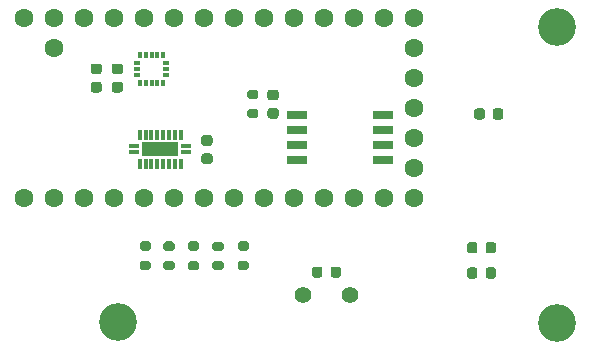
<source format=gbs>
%TF.GenerationSoftware,KiCad,Pcbnew,(5.1.10)-1*%
%TF.CreationDate,2021-11-25T14:16:17+01:00*%
%TF.ProjectId,EXTENSION_BOARD,45585445-4e53-4494-9f4e-5f424f415244,rev?*%
%TF.SameCoordinates,Original*%
%TF.FileFunction,Soldermask,Bot*%
%TF.FilePolarity,Negative*%
%FSLAX46Y46*%
G04 Gerber Fmt 4.6, Leading zero omitted, Abs format (unit mm)*
G04 Created by KiCad (PCBNEW (5.1.10)-1) date 2021-11-25 14:16:17*
%MOMM*%
%LPD*%
G01*
G04 APERTURE LIST*
%ADD10C,1.400000*%
%ADD11C,3.200000*%
%ADD12R,1.700000X0.650000*%
%ADD13R,0.850000X0.300000*%
%ADD14R,0.300000X0.850000*%
%ADD15R,3.150000X1.150000*%
%ADD16C,1.600000*%
%ADD17R,0.300000X0.600000*%
%ADD18R,0.600000X0.300000*%
G04 APERTURE END LIST*
D10*
%TO.C,LS1*%
X118971060Y-104246680D03*
X114971060Y-104246680D03*
%TD*%
D11*
%TO.C,REF\u002A\u002A*%
X99364800Y-106558080D03*
%TD*%
%TO.C,REF\u002A\u002A*%
X136509760Y-106596180D03*
%TD*%
%TO.C,REF\u002A\u002A*%
X136509760Y-81579720D03*
%TD*%
%TO.C,C2*%
G36*
G01*
X131953420Y-88667780D02*
X131953420Y-89167780D01*
G75*
G02*
X131728420Y-89392780I-225000J0D01*
G01*
X131278420Y-89392780D01*
G75*
G02*
X131053420Y-89167780I0J225000D01*
G01*
X131053420Y-88667780D01*
G75*
G02*
X131278420Y-88442780I225000J0D01*
G01*
X131728420Y-88442780D01*
G75*
G02*
X131953420Y-88667780I0J-225000D01*
G01*
G37*
G36*
G01*
X130403420Y-88667780D02*
X130403420Y-89167780D01*
G75*
G02*
X130178420Y-89392780I-225000J0D01*
G01*
X129728420Y-89392780D01*
G75*
G02*
X129503420Y-89167780I0J225000D01*
G01*
X129503420Y-88667780D01*
G75*
G02*
X129728420Y-88442780I225000J0D01*
G01*
X130178420Y-88442780D01*
G75*
G02*
X130403420Y-88667780I0J-225000D01*
G01*
G37*
%TD*%
%TO.C,C1*%
G36*
G01*
X112718660Y-89322060D02*
X112218660Y-89322060D01*
G75*
G02*
X111993660Y-89097060I0J225000D01*
G01*
X111993660Y-88647060D01*
G75*
G02*
X112218660Y-88422060I225000J0D01*
G01*
X112718660Y-88422060D01*
G75*
G02*
X112943660Y-88647060I0J-225000D01*
G01*
X112943660Y-89097060D01*
G75*
G02*
X112718660Y-89322060I-225000J0D01*
G01*
G37*
G36*
G01*
X112718660Y-87772060D02*
X112218660Y-87772060D01*
G75*
G02*
X111993660Y-87547060I0J225000D01*
G01*
X111993660Y-87097060D01*
G75*
G02*
X112218660Y-86872060I225000J0D01*
G01*
X112718660Y-86872060D01*
G75*
G02*
X112943660Y-87097060I0J-225000D01*
G01*
X112943660Y-87547060D01*
G75*
G02*
X112718660Y-87772060I-225000J0D01*
G01*
G37*
%TD*%
%TO.C,R7*%
G36*
G01*
X101370720Y-101359020D02*
X101920720Y-101359020D01*
G75*
G02*
X102120720Y-101559020I0J-200000D01*
G01*
X102120720Y-101959020D01*
G75*
G02*
X101920720Y-102159020I-200000J0D01*
G01*
X101370720Y-102159020D01*
G75*
G02*
X101170720Y-101959020I0J200000D01*
G01*
X101170720Y-101559020D01*
G75*
G02*
X101370720Y-101359020I200000J0D01*
G01*
G37*
G36*
G01*
X101370720Y-99709020D02*
X101920720Y-99709020D01*
G75*
G02*
X102120720Y-99909020I0J-200000D01*
G01*
X102120720Y-100309020D01*
G75*
G02*
X101920720Y-100509020I-200000J0D01*
G01*
X101370720Y-100509020D01*
G75*
G02*
X101170720Y-100309020I0J200000D01*
G01*
X101170720Y-99909020D01*
G75*
G02*
X101370720Y-99709020I200000J0D01*
G01*
G37*
%TD*%
%TO.C,R8*%
G36*
G01*
X103382400Y-99704940D02*
X103932400Y-99704940D01*
G75*
G02*
X104132400Y-99904940I0J-200000D01*
G01*
X104132400Y-100304940D01*
G75*
G02*
X103932400Y-100504940I-200000J0D01*
G01*
X103382400Y-100504940D01*
G75*
G02*
X103182400Y-100304940I0J200000D01*
G01*
X103182400Y-99904940D01*
G75*
G02*
X103382400Y-99704940I200000J0D01*
G01*
G37*
G36*
G01*
X103382400Y-101354940D02*
X103932400Y-101354940D01*
G75*
G02*
X104132400Y-101554940I0J-200000D01*
G01*
X104132400Y-101954940D01*
G75*
G02*
X103932400Y-102154940I-200000J0D01*
G01*
X103382400Y-102154940D01*
G75*
G02*
X103182400Y-101954940I0J200000D01*
G01*
X103182400Y-101554940D01*
G75*
G02*
X103382400Y-101354940I200000J0D01*
G01*
G37*
%TD*%
%TO.C,R9*%
G36*
G01*
X105462660Y-101354940D02*
X106012660Y-101354940D01*
G75*
G02*
X106212660Y-101554940I0J-200000D01*
G01*
X106212660Y-101954940D01*
G75*
G02*
X106012660Y-102154940I-200000J0D01*
G01*
X105462660Y-102154940D01*
G75*
G02*
X105262660Y-101954940I0J200000D01*
G01*
X105262660Y-101554940D01*
G75*
G02*
X105462660Y-101354940I200000J0D01*
G01*
G37*
G36*
G01*
X105462660Y-99704940D02*
X106012660Y-99704940D01*
G75*
G02*
X106212660Y-99904940I0J-200000D01*
G01*
X106212660Y-100304940D01*
G75*
G02*
X106012660Y-100504940I-200000J0D01*
G01*
X105462660Y-100504940D01*
G75*
G02*
X105262660Y-100304940I0J200000D01*
G01*
X105262660Y-99904940D01*
G75*
G02*
X105462660Y-99704940I200000J0D01*
G01*
G37*
%TD*%
%TO.C,R10*%
G36*
G01*
X107525140Y-99716640D02*
X108075140Y-99716640D01*
G75*
G02*
X108275140Y-99916640I0J-200000D01*
G01*
X108275140Y-100316640D01*
G75*
G02*
X108075140Y-100516640I-200000J0D01*
G01*
X107525140Y-100516640D01*
G75*
G02*
X107325140Y-100316640I0J200000D01*
G01*
X107325140Y-99916640D01*
G75*
G02*
X107525140Y-99716640I200000J0D01*
G01*
G37*
G36*
G01*
X107525140Y-101366640D02*
X108075140Y-101366640D01*
G75*
G02*
X108275140Y-101566640I0J-200000D01*
G01*
X108275140Y-101966640D01*
G75*
G02*
X108075140Y-102166640I-200000J0D01*
G01*
X107525140Y-102166640D01*
G75*
G02*
X107325140Y-101966640I0J200000D01*
G01*
X107325140Y-101566640D01*
G75*
G02*
X107525140Y-101366640I200000J0D01*
G01*
G37*
%TD*%
%TO.C,R11*%
G36*
G01*
X109666360Y-99709020D02*
X110216360Y-99709020D01*
G75*
G02*
X110416360Y-99909020I0J-200000D01*
G01*
X110416360Y-100309020D01*
G75*
G02*
X110216360Y-100509020I-200000J0D01*
G01*
X109666360Y-100509020D01*
G75*
G02*
X109466360Y-100309020I0J200000D01*
G01*
X109466360Y-99909020D01*
G75*
G02*
X109666360Y-99709020I200000J0D01*
G01*
G37*
G36*
G01*
X109666360Y-101359020D02*
X110216360Y-101359020D01*
G75*
G02*
X110416360Y-101559020I0J-200000D01*
G01*
X110416360Y-101959020D01*
G75*
G02*
X110216360Y-102159020I-200000J0D01*
G01*
X109666360Y-102159020D01*
G75*
G02*
X109466360Y-101959020I0J200000D01*
G01*
X109466360Y-101559020D01*
G75*
G02*
X109666360Y-101359020I200000J0D01*
G01*
G37*
%TD*%
%TO.C,R1*%
G36*
G01*
X110486780Y-88499000D02*
X111036780Y-88499000D01*
G75*
G02*
X111236780Y-88699000I0J-200000D01*
G01*
X111236780Y-89099000D01*
G75*
G02*
X111036780Y-89299000I-200000J0D01*
G01*
X110486780Y-89299000D01*
G75*
G02*
X110286780Y-89099000I0J200000D01*
G01*
X110286780Y-88699000D01*
G75*
G02*
X110486780Y-88499000I200000J0D01*
G01*
G37*
G36*
G01*
X110486780Y-86849000D02*
X111036780Y-86849000D01*
G75*
G02*
X111236780Y-87049000I0J-200000D01*
G01*
X111236780Y-87449000D01*
G75*
G02*
X111036780Y-87649000I-200000J0D01*
G01*
X110486780Y-87649000D01*
G75*
G02*
X110286780Y-87449000I0J200000D01*
G01*
X110286780Y-87049000D01*
G75*
G02*
X110486780Y-86849000I200000J0D01*
G01*
G37*
%TD*%
D12*
%TO.C,U1*%
X121810820Y-88988900D03*
X121810820Y-90258900D03*
X121810820Y-91528900D03*
X121810820Y-92798900D03*
X114510820Y-92798900D03*
X114510820Y-91528900D03*
X114510820Y-90258900D03*
X114510820Y-88988900D03*
%TD*%
D13*
%TO.C,IC1*%
X105123340Y-92172600D03*
D14*
X104673340Y-93122600D03*
X104173340Y-93122600D03*
X103673340Y-93122600D03*
X103173340Y-93122600D03*
X102673340Y-93122600D03*
X102173340Y-93122600D03*
X101673340Y-93122600D03*
X101173340Y-93122600D03*
D13*
X100723340Y-92172600D03*
X100723340Y-91672600D03*
D14*
X101173340Y-90722600D03*
X101673340Y-90722600D03*
X102173340Y-90722600D03*
X102673340Y-90722600D03*
X103173340Y-90722600D03*
X103673340Y-90722600D03*
X104173340Y-90722600D03*
X104673340Y-90722600D03*
D13*
X105123340Y-91672600D03*
D15*
X102923340Y-91922600D03*
%TD*%
D16*
%TO.C,U2*%
X124360940Y-88389460D03*
X124360940Y-85849460D03*
X124360940Y-83309460D03*
X124360940Y-80769460D03*
X124360940Y-90929460D03*
X124360940Y-93469460D03*
X124360940Y-96009460D03*
X121820940Y-80769460D03*
X119280940Y-80769460D03*
X116740940Y-80769460D03*
X114200940Y-80769460D03*
X111660940Y-80769460D03*
X109120940Y-80769460D03*
X106580940Y-80769460D03*
X104040940Y-80769460D03*
X101500940Y-80769460D03*
X98960940Y-80769460D03*
X96420940Y-80769460D03*
X93880940Y-80769460D03*
X91340940Y-80769460D03*
X93880940Y-83309460D03*
X121820940Y-96009460D03*
X119280940Y-96009460D03*
X116740940Y-96009460D03*
X114200940Y-96009460D03*
X111660940Y-96009460D03*
X109120940Y-96009460D03*
X106580940Y-96009460D03*
X104040940Y-96009460D03*
X101500940Y-96009460D03*
X98960940Y-96009460D03*
X96420940Y-96009460D03*
X93880940Y-96009460D03*
X91340940Y-96009460D03*
%TD*%
D17*
%TO.C,AC1*%
X101184960Y-83914280D03*
X101684960Y-83914280D03*
X102184960Y-83914280D03*
X102684960Y-83914280D03*
X103184960Y-83914280D03*
D18*
X103384960Y-84614280D03*
X103384960Y-85114280D03*
X103384960Y-85614280D03*
D17*
X103184960Y-86314280D03*
X102684960Y-86314280D03*
X102184960Y-86314280D03*
X101684960Y-86314280D03*
X101184960Y-86314280D03*
D18*
X100984960Y-85614280D03*
X100984960Y-85114280D03*
X100984960Y-84614280D03*
%TD*%
%TO.C,C3*%
G36*
G01*
X97247900Y-86202700D02*
X97747900Y-86202700D01*
G75*
G02*
X97972900Y-86427700I0J-225000D01*
G01*
X97972900Y-86877700D01*
G75*
G02*
X97747900Y-87102700I-225000J0D01*
G01*
X97247900Y-87102700D01*
G75*
G02*
X97022900Y-86877700I0J225000D01*
G01*
X97022900Y-86427700D01*
G75*
G02*
X97247900Y-86202700I225000J0D01*
G01*
G37*
G36*
G01*
X97247900Y-84652700D02*
X97747900Y-84652700D01*
G75*
G02*
X97972900Y-84877700I0J-225000D01*
G01*
X97972900Y-85327700D01*
G75*
G02*
X97747900Y-85552700I-225000J0D01*
G01*
X97247900Y-85552700D01*
G75*
G02*
X97022900Y-85327700I0J225000D01*
G01*
X97022900Y-84877700D01*
G75*
G02*
X97247900Y-84652700I225000J0D01*
G01*
G37*
%TD*%
%TO.C,C4*%
G36*
G01*
X99036060Y-84652400D02*
X99536060Y-84652400D01*
G75*
G02*
X99761060Y-84877400I0J-225000D01*
G01*
X99761060Y-85327400D01*
G75*
G02*
X99536060Y-85552400I-225000J0D01*
G01*
X99036060Y-85552400D01*
G75*
G02*
X98811060Y-85327400I0J225000D01*
G01*
X98811060Y-84877400D01*
G75*
G02*
X99036060Y-84652400I225000J0D01*
G01*
G37*
G36*
G01*
X99036060Y-86202400D02*
X99536060Y-86202400D01*
G75*
G02*
X99761060Y-86427400I0J-225000D01*
G01*
X99761060Y-86877400D01*
G75*
G02*
X99536060Y-87102400I-225000J0D01*
G01*
X99036060Y-87102400D01*
G75*
G02*
X98811060Y-86877400I0J225000D01*
G01*
X98811060Y-86427400D01*
G75*
G02*
X99036060Y-86202400I225000J0D01*
G01*
G37*
%TD*%
%TO.C,C5*%
G36*
G01*
X107123040Y-93163140D02*
X106623040Y-93163140D01*
G75*
G02*
X106398040Y-92938140I0J225000D01*
G01*
X106398040Y-92488140D01*
G75*
G02*
X106623040Y-92263140I225000J0D01*
G01*
X107123040Y-92263140D01*
G75*
G02*
X107348040Y-92488140I0J-225000D01*
G01*
X107348040Y-92938140D01*
G75*
G02*
X107123040Y-93163140I-225000J0D01*
G01*
G37*
G36*
G01*
X107123040Y-91613140D02*
X106623040Y-91613140D01*
G75*
G02*
X106398040Y-91388140I0J225000D01*
G01*
X106398040Y-90938140D01*
G75*
G02*
X106623040Y-90713140I225000J0D01*
G01*
X107123040Y-90713140D01*
G75*
G02*
X107348040Y-90938140I0J-225000D01*
G01*
X107348040Y-91388140D01*
G75*
G02*
X107123040Y-91613140I-225000J0D01*
G01*
G37*
%TD*%
%TO.C,D8*%
G36*
G01*
X128901640Y-100502430D02*
X128901640Y-99989930D01*
G75*
G02*
X129120390Y-99771180I218750J0D01*
G01*
X129557890Y-99771180D01*
G75*
G02*
X129776640Y-99989930I0J-218750D01*
G01*
X129776640Y-100502430D01*
G75*
G02*
X129557890Y-100721180I-218750J0D01*
G01*
X129120390Y-100721180D01*
G75*
G02*
X128901640Y-100502430I0J218750D01*
G01*
G37*
G36*
G01*
X130476640Y-100502430D02*
X130476640Y-99989930D01*
G75*
G02*
X130695390Y-99771180I218750J0D01*
G01*
X131132890Y-99771180D01*
G75*
G02*
X131351640Y-99989930I0J-218750D01*
G01*
X131351640Y-100502430D01*
G75*
G02*
X131132890Y-100721180I-218750J0D01*
G01*
X130695390Y-100721180D01*
G75*
G02*
X130476640Y-100502430I0J218750D01*
G01*
G37*
%TD*%
%TO.C,D9*%
G36*
G01*
X130476640Y-102646190D02*
X130476640Y-102133690D01*
G75*
G02*
X130695390Y-101914940I218750J0D01*
G01*
X131132890Y-101914940D01*
G75*
G02*
X131351640Y-102133690I0J-218750D01*
G01*
X131351640Y-102646190D01*
G75*
G02*
X131132890Y-102864940I-218750J0D01*
G01*
X130695390Y-102864940D01*
G75*
G02*
X130476640Y-102646190I0J218750D01*
G01*
G37*
G36*
G01*
X128901640Y-102646190D02*
X128901640Y-102133690D01*
G75*
G02*
X129120390Y-101914940I218750J0D01*
G01*
X129557890Y-101914940D01*
G75*
G02*
X129776640Y-102133690I0J-218750D01*
G01*
X129776640Y-102646190D01*
G75*
G02*
X129557890Y-102864940I-218750J0D01*
G01*
X129120390Y-102864940D01*
G75*
G02*
X128901640Y-102646190I0J218750D01*
G01*
G37*
%TD*%
%TO.C,D10*%
G36*
G01*
X115764960Y-102567450D02*
X115764960Y-102054950D01*
G75*
G02*
X115983710Y-101836200I218750J0D01*
G01*
X116421210Y-101836200D01*
G75*
G02*
X116639960Y-102054950I0J-218750D01*
G01*
X116639960Y-102567450D01*
G75*
G02*
X116421210Y-102786200I-218750J0D01*
G01*
X115983710Y-102786200D01*
G75*
G02*
X115764960Y-102567450I0J218750D01*
G01*
G37*
G36*
G01*
X117339960Y-102567450D02*
X117339960Y-102054950D01*
G75*
G02*
X117558710Y-101836200I218750J0D01*
G01*
X117996210Y-101836200D01*
G75*
G02*
X118214960Y-102054950I0J-218750D01*
G01*
X118214960Y-102567450D01*
G75*
G02*
X117996210Y-102786200I-218750J0D01*
G01*
X117558710Y-102786200D01*
G75*
G02*
X117339960Y-102567450I0J218750D01*
G01*
G37*
%TD*%
M02*

</source>
